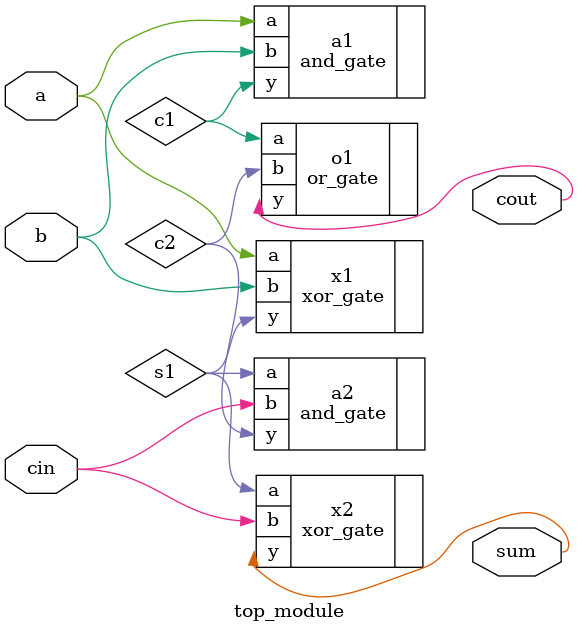
<source format=sv>
module top_module (
	input a,
	input b,
	input cin,
	output cout,
	output sum
);

	// Declare internal wires and registers
	wire s1, s2;
	wire c1, c2;

	// Implement the full adder functionality
	// Generate sum bit
	xor_gate x1 (.a(a), .b(b), .y(s1));
	xor_gate x2 (.a(s1), .b(cin), .y(sum));

	// Generate carry bit
	and_gate a1 (.a(a), .b(b), .y(c1));
	and_gate a2 (.a(s1), .b(cin), .y(c2));
	or_gate o1 (.a(c1), .b(c2), .y(cout));

endmodule

</source>
